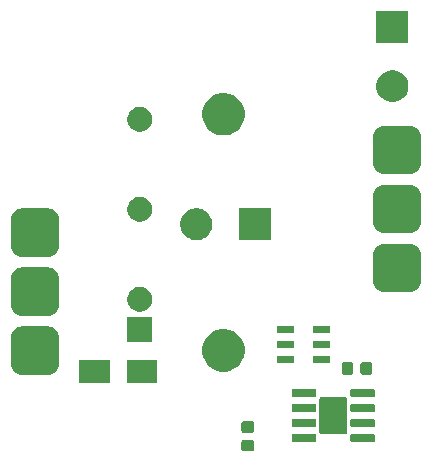
<source format=gbr>
G04 #@! TF.GenerationSoftware,KiCad,Pcbnew,5.1.4*
G04 #@! TF.CreationDate,2020-01-08T09:35:31-05:00*
G04 #@! TF.ProjectId,siot-node-relay,73696f74-2d6e-46f6-9465-2d72656c6179,rev?*
G04 #@! TF.SameCoordinates,Original*
G04 #@! TF.FileFunction,Soldermask,Top*
G04 #@! TF.FilePolarity,Negative*
%FSLAX46Y46*%
G04 Gerber Fmt 4.6, Leading zero omitted, Abs format (unit mm)*
G04 Created by KiCad (PCBNEW 5.1.4) date 2020-01-08 09:35:31*
%MOMM*%
%LPD*%
G04 APERTURE LIST*
%ADD10C,0.100000*%
G04 APERTURE END LIST*
D10*
G36*
X182879591Y-113053085D02*
G01*
X182913569Y-113063393D01*
X182944890Y-113080134D01*
X182972339Y-113102661D01*
X182994866Y-113130110D01*
X183011607Y-113161431D01*
X183021915Y-113195409D01*
X183026000Y-113236890D01*
X183026000Y-113838110D01*
X183021915Y-113879591D01*
X183011607Y-113913569D01*
X182994866Y-113944890D01*
X182972339Y-113972339D01*
X182944890Y-113994866D01*
X182913569Y-114011607D01*
X182879591Y-114021915D01*
X182838110Y-114026000D01*
X182161890Y-114026000D01*
X182120409Y-114021915D01*
X182086431Y-114011607D01*
X182055110Y-113994866D01*
X182027661Y-113972339D01*
X182005134Y-113944890D01*
X181988393Y-113913569D01*
X181978085Y-113879591D01*
X181974000Y-113838110D01*
X181974000Y-113236890D01*
X181978085Y-113195409D01*
X181988393Y-113161431D01*
X182005134Y-113130110D01*
X182027661Y-113102661D01*
X182055110Y-113080134D01*
X182086431Y-113063393D01*
X182120409Y-113053085D01*
X182161890Y-113049000D01*
X182838110Y-113049000D01*
X182879591Y-113053085D01*
X182879591Y-113053085D01*
G37*
G36*
X193159928Y-112556764D02*
G01*
X193181009Y-112563160D01*
X193200445Y-112573548D01*
X193217476Y-112587524D01*
X193231452Y-112604555D01*
X193241840Y-112623991D01*
X193248236Y-112645072D01*
X193251000Y-112673140D01*
X193251000Y-113136860D01*
X193248236Y-113164928D01*
X193241840Y-113186009D01*
X193231452Y-113205445D01*
X193217476Y-113222476D01*
X193200445Y-113236452D01*
X193181009Y-113246840D01*
X193159928Y-113253236D01*
X193131860Y-113256000D01*
X191318140Y-113256000D01*
X191290072Y-113253236D01*
X191268991Y-113246840D01*
X191249555Y-113236452D01*
X191232524Y-113222476D01*
X191218548Y-113205445D01*
X191208160Y-113186009D01*
X191201764Y-113164928D01*
X191199000Y-113136860D01*
X191199000Y-112673140D01*
X191201764Y-112645072D01*
X191208160Y-112623991D01*
X191218548Y-112604555D01*
X191232524Y-112587524D01*
X191249555Y-112573548D01*
X191268991Y-112563160D01*
X191290072Y-112556764D01*
X191318140Y-112554000D01*
X193131860Y-112554000D01*
X193159928Y-112556764D01*
X193159928Y-112556764D01*
G37*
G36*
X188209928Y-112556764D02*
G01*
X188231009Y-112563160D01*
X188250445Y-112573548D01*
X188267476Y-112587524D01*
X188281452Y-112604555D01*
X188291840Y-112623991D01*
X188298236Y-112645072D01*
X188301000Y-112673140D01*
X188301000Y-113136860D01*
X188298236Y-113164928D01*
X188291840Y-113186009D01*
X188281452Y-113205445D01*
X188267476Y-113222476D01*
X188250445Y-113236452D01*
X188231009Y-113246840D01*
X188209928Y-113253236D01*
X188181860Y-113256000D01*
X186368140Y-113256000D01*
X186340072Y-113253236D01*
X186318991Y-113246840D01*
X186299555Y-113236452D01*
X186282524Y-113222476D01*
X186268548Y-113205445D01*
X186258160Y-113186009D01*
X186251764Y-113164928D01*
X186249000Y-113136860D01*
X186249000Y-112673140D01*
X186251764Y-112645072D01*
X186258160Y-112623991D01*
X186268548Y-112604555D01*
X186282524Y-112587524D01*
X186299555Y-112573548D01*
X186318991Y-112563160D01*
X186340072Y-112556764D01*
X186368140Y-112554000D01*
X188181860Y-112554000D01*
X188209928Y-112556764D01*
X188209928Y-112556764D01*
G37*
G36*
X190814336Y-109452733D02*
G01*
X190844883Y-109461999D01*
X190873033Y-109477046D01*
X190897706Y-109497294D01*
X190917954Y-109521967D01*
X190933001Y-109550117D01*
X190942267Y-109580664D01*
X190946000Y-109618567D01*
X190946000Y-112381433D01*
X190942267Y-112419336D01*
X190933001Y-112449883D01*
X190917954Y-112478033D01*
X190897706Y-112502706D01*
X190873033Y-112522954D01*
X190844883Y-112538001D01*
X190814336Y-112547267D01*
X190776433Y-112551000D01*
X188723567Y-112551000D01*
X188685664Y-112547267D01*
X188655117Y-112538001D01*
X188626967Y-112522954D01*
X188602294Y-112502706D01*
X188582046Y-112478033D01*
X188566999Y-112449883D01*
X188557733Y-112419336D01*
X188554000Y-112381433D01*
X188554000Y-109618567D01*
X188557733Y-109580664D01*
X188566999Y-109550117D01*
X188582046Y-109521967D01*
X188602294Y-109497294D01*
X188626967Y-109477046D01*
X188655117Y-109461999D01*
X188685664Y-109452733D01*
X188723567Y-109449000D01*
X190776433Y-109449000D01*
X190814336Y-109452733D01*
X190814336Y-109452733D01*
G37*
G36*
X182879591Y-111478085D02*
G01*
X182913569Y-111488393D01*
X182944890Y-111505134D01*
X182972339Y-111527661D01*
X182994866Y-111555110D01*
X183011607Y-111586431D01*
X183021915Y-111620409D01*
X183026000Y-111661890D01*
X183026000Y-112263110D01*
X183021915Y-112304591D01*
X183011607Y-112338569D01*
X182994866Y-112369890D01*
X182972339Y-112397339D01*
X182944890Y-112419866D01*
X182913569Y-112436607D01*
X182879591Y-112446915D01*
X182838110Y-112451000D01*
X182161890Y-112451000D01*
X182120409Y-112446915D01*
X182086431Y-112436607D01*
X182055110Y-112419866D01*
X182027661Y-112397339D01*
X182005134Y-112369890D01*
X181988393Y-112338569D01*
X181978085Y-112304591D01*
X181974000Y-112263110D01*
X181974000Y-111661890D01*
X181978085Y-111620409D01*
X181988393Y-111586431D01*
X182005134Y-111555110D01*
X182027661Y-111527661D01*
X182055110Y-111505134D01*
X182086431Y-111488393D01*
X182120409Y-111478085D01*
X182161890Y-111474000D01*
X182838110Y-111474000D01*
X182879591Y-111478085D01*
X182879591Y-111478085D01*
G37*
G36*
X193159928Y-111286764D02*
G01*
X193181009Y-111293160D01*
X193200445Y-111303548D01*
X193217476Y-111317524D01*
X193231452Y-111334555D01*
X193241840Y-111353991D01*
X193248236Y-111375072D01*
X193251000Y-111403140D01*
X193251000Y-111866860D01*
X193248236Y-111894928D01*
X193241840Y-111916009D01*
X193231452Y-111935445D01*
X193217476Y-111952476D01*
X193200445Y-111966452D01*
X193181009Y-111976840D01*
X193159928Y-111983236D01*
X193131860Y-111986000D01*
X191318140Y-111986000D01*
X191290072Y-111983236D01*
X191268991Y-111976840D01*
X191249555Y-111966452D01*
X191232524Y-111952476D01*
X191218548Y-111935445D01*
X191208160Y-111916009D01*
X191201764Y-111894928D01*
X191199000Y-111866860D01*
X191199000Y-111403140D01*
X191201764Y-111375072D01*
X191208160Y-111353991D01*
X191218548Y-111334555D01*
X191232524Y-111317524D01*
X191249555Y-111303548D01*
X191268991Y-111293160D01*
X191290072Y-111286764D01*
X191318140Y-111284000D01*
X193131860Y-111284000D01*
X193159928Y-111286764D01*
X193159928Y-111286764D01*
G37*
G36*
X188209928Y-111286764D02*
G01*
X188231009Y-111293160D01*
X188250445Y-111303548D01*
X188267476Y-111317524D01*
X188281452Y-111334555D01*
X188291840Y-111353991D01*
X188298236Y-111375072D01*
X188301000Y-111403140D01*
X188301000Y-111866860D01*
X188298236Y-111894928D01*
X188291840Y-111916009D01*
X188281452Y-111935445D01*
X188267476Y-111952476D01*
X188250445Y-111966452D01*
X188231009Y-111976840D01*
X188209928Y-111983236D01*
X188181860Y-111986000D01*
X186368140Y-111986000D01*
X186340072Y-111983236D01*
X186318991Y-111976840D01*
X186299555Y-111966452D01*
X186282524Y-111952476D01*
X186268548Y-111935445D01*
X186258160Y-111916009D01*
X186251764Y-111894928D01*
X186249000Y-111866860D01*
X186249000Y-111403140D01*
X186251764Y-111375072D01*
X186258160Y-111353991D01*
X186268548Y-111334555D01*
X186282524Y-111317524D01*
X186299555Y-111303548D01*
X186318991Y-111293160D01*
X186340072Y-111286764D01*
X186368140Y-111284000D01*
X188181860Y-111284000D01*
X188209928Y-111286764D01*
X188209928Y-111286764D01*
G37*
G36*
X193159928Y-110016764D02*
G01*
X193181009Y-110023160D01*
X193200445Y-110033548D01*
X193217476Y-110047524D01*
X193231452Y-110064555D01*
X193241840Y-110083991D01*
X193248236Y-110105072D01*
X193251000Y-110133140D01*
X193251000Y-110596860D01*
X193248236Y-110624928D01*
X193241840Y-110646009D01*
X193231452Y-110665445D01*
X193217476Y-110682476D01*
X193200445Y-110696452D01*
X193181009Y-110706840D01*
X193159928Y-110713236D01*
X193131860Y-110716000D01*
X191318140Y-110716000D01*
X191290072Y-110713236D01*
X191268991Y-110706840D01*
X191249555Y-110696452D01*
X191232524Y-110682476D01*
X191218548Y-110665445D01*
X191208160Y-110646009D01*
X191201764Y-110624928D01*
X191199000Y-110596860D01*
X191199000Y-110133140D01*
X191201764Y-110105072D01*
X191208160Y-110083991D01*
X191218548Y-110064555D01*
X191232524Y-110047524D01*
X191249555Y-110033548D01*
X191268991Y-110023160D01*
X191290072Y-110016764D01*
X191318140Y-110014000D01*
X193131860Y-110014000D01*
X193159928Y-110016764D01*
X193159928Y-110016764D01*
G37*
G36*
X188209928Y-110016764D02*
G01*
X188231009Y-110023160D01*
X188250445Y-110033548D01*
X188267476Y-110047524D01*
X188281452Y-110064555D01*
X188291840Y-110083991D01*
X188298236Y-110105072D01*
X188301000Y-110133140D01*
X188301000Y-110596860D01*
X188298236Y-110624928D01*
X188291840Y-110646009D01*
X188281452Y-110665445D01*
X188267476Y-110682476D01*
X188250445Y-110696452D01*
X188231009Y-110706840D01*
X188209928Y-110713236D01*
X188181860Y-110716000D01*
X186368140Y-110716000D01*
X186340072Y-110713236D01*
X186318991Y-110706840D01*
X186299555Y-110696452D01*
X186282524Y-110682476D01*
X186268548Y-110665445D01*
X186258160Y-110646009D01*
X186251764Y-110624928D01*
X186249000Y-110596860D01*
X186249000Y-110133140D01*
X186251764Y-110105072D01*
X186258160Y-110083991D01*
X186268548Y-110064555D01*
X186282524Y-110047524D01*
X186299555Y-110033548D01*
X186318991Y-110023160D01*
X186340072Y-110016764D01*
X186368140Y-110014000D01*
X188181860Y-110014000D01*
X188209928Y-110016764D01*
X188209928Y-110016764D01*
G37*
G36*
X188209928Y-108746764D02*
G01*
X188231009Y-108753160D01*
X188250445Y-108763548D01*
X188267476Y-108777524D01*
X188281452Y-108794555D01*
X188291840Y-108813991D01*
X188298236Y-108835072D01*
X188301000Y-108863140D01*
X188301000Y-109326860D01*
X188298236Y-109354928D01*
X188291840Y-109376009D01*
X188281452Y-109395445D01*
X188267476Y-109412476D01*
X188250445Y-109426452D01*
X188231009Y-109436840D01*
X188209928Y-109443236D01*
X188181860Y-109446000D01*
X186368140Y-109446000D01*
X186340072Y-109443236D01*
X186318991Y-109436840D01*
X186299555Y-109426452D01*
X186282524Y-109412476D01*
X186268548Y-109395445D01*
X186258160Y-109376009D01*
X186251764Y-109354928D01*
X186249000Y-109326860D01*
X186249000Y-108863140D01*
X186251764Y-108835072D01*
X186258160Y-108813991D01*
X186268548Y-108794555D01*
X186282524Y-108777524D01*
X186299555Y-108763548D01*
X186318991Y-108753160D01*
X186340072Y-108746764D01*
X186368140Y-108744000D01*
X188181860Y-108744000D01*
X188209928Y-108746764D01*
X188209928Y-108746764D01*
G37*
G36*
X193159928Y-108746764D02*
G01*
X193181009Y-108753160D01*
X193200445Y-108763548D01*
X193217476Y-108777524D01*
X193231452Y-108794555D01*
X193241840Y-108813991D01*
X193248236Y-108835072D01*
X193251000Y-108863140D01*
X193251000Y-109326860D01*
X193248236Y-109354928D01*
X193241840Y-109376009D01*
X193231452Y-109395445D01*
X193217476Y-109412476D01*
X193200445Y-109426452D01*
X193181009Y-109436840D01*
X193159928Y-109443236D01*
X193131860Y-109446000D01*
X191318140Y-109446000D01*
X191290072Y-109443236D01*
X191268991Y-109436840D01*
X191249555Y-109426452D01*
X191232524Y-109412476D01*
X191218548Y-109395445D01*
X191208160Y-109376009D01*
X191201764Y-109354928D01*
X191199000Y-109326860D01*
X191199000Y-108863140D01*
X191201764Y-108835072D01*
X191208160Y-108813991D01*
X191218548Y-108794555D01*
X191232524Y-108777524D01*
X191249555Y-108763548D01*
X191268991Y-108753160D01*
X191290072Y-108746764D01*
X191318140Y-108744000D01*
X193131860Y-108744000D01*
X193159928Y-108746764D01*
X193159928Y-108746764D01*
G37*
G36*
X174851000Y-108201000D02*
G01*
X172249000Y-108201000D01*
X172249000Y-106299000D01*
X174851000Y-106299000D01*
X174851000Y-108201000D01*
X174851000Y-108201000D01*
G37*
G36*
X170851000Y-108201000D02*
G01*
X168249000Y-108201000D01*
X168249000Y-106299000D01*
X170851000Y-106299000D01*
X170851000Y-108201000D01*
X170851000Y-108201000D01*
G37*
G36*
X165775752Y-103468097D02*
G01*
X165956295Y-103522864D01*
X166122677Y-103611797D01*
X166268516Y-103731484D01*
X166388203Y-103877323D01*
X166477136Y-104043705D01*
X166531903Y-104224248D01*
X166551000Y-104418140D01*
X166551000Y-106581860D01*
X166531903Y-106775752D01*
X166477136Y-106956295D01*
X166388203Y-107122677D01*
X166268516Y-107268516D01*
X166122677Y-107388203D01*
X165956295Y-107477136D01*
X165775752Y-107531903D01*
X165581860Y-107551000D01*
X163418140Y-107551000D01*
X163224248Y-107531903D01*
X163043705Y-107477136D01*
X162877323Y-107388203D01*
X162731484Y-107268516D01*
X162611797Y-107122677D01*
X162522864Y-106956295D01*
X162468097Y-106775752D01*
X162449000Y-106581860D01*
X162449000Y-104418140D01*
X162468097Y-104224248D01*
X162522864Y-104043705D01*
X162611797Y-103877323D01*
X162731484Y-103731484D01*
X162877323Y-103611797D01*
X163043705Y-103522864D01*
X163224248Y-103468097D01*
X163418140Y-103449000D01*
X165581860Y-103449000D01*
X165775752Y-103468097D01*
X165775752Y-103468097D01*
G37*
G36*
X191304591Y-106478085D02*
G01*
X191338569Y-106488393D01*
X191369890Y-106505134D01*
X191397339Y-106527661D01*
X191419866Y-106555110D01*
X191436607Y-106586431D01*
X191446915Y-106620409D01*
X191451000Y-106661890D01*
X191451000Y-107338110D01*
X191446915Y-107379591D01*
X191436607Y-107413569D01*
X191419866Y-107444890D01*
X191397339Y-107472339D01*
X191369890Y-107494866D01*
X191338569Y-107511607D01*
X191304591Y-107521915D01*
X191263110Y-107526000D01*
X190661890Y-107526000D01*
X190620409Y-107521915D01*
X190586431Y-107511607D01*
X190555110Y-107494866D01*
X190527661Y-107472339D01*
X190505134Y-107444890D01*
X190488393Y-107413569D01*
X190478085Y-107379591D01*
X190474000Y-107338110D01*
X190474000Y-106661890D01*
X190478085Y-106620409D01*
X190488393Y-106586431D01*
X190505134Y-106555110D01*
X190527661Y-106527661D01*
X190555110Y-106505134D01*
X190586431Y-106488393D01*
X190620409Y-106478085D01*
X190661890Y-106474000D01*
X191263110Y-106474000D01*
X191304591Y-106478085D01*
X191304591Y-106478085D01*
G37*
G36*
X192879591Y-106478085D02*
G01*
X192913569Y-106488393D01*
X192944890Y-106505134D01*
X192972339Y-106527661D01*
X192994866Y-106555110D01*
X193011607Y-106586431D01*
X193021915Y-106620409D01*
X193026000Y-106661890D01*
X193026000Y-107338110D01*
X193021915Y-107379591D01*
X193011607Y-107413569D01*
X192994866Y-107444890D01*
X192972339Y-107472339D01*
X192944890Y-107494866D01*
X192913569Y-107511607D01*
X192879591Y-107521915D01*
X192838110Y-107526000D01*
X192236890Y-107526000D01*
X192195409Y-107521915D01*
X192161431Y-107511607D01*
X192130110Y-107494866D01*
X192102661Y-107472339D01*
X192080134Y-107444890D01*
X192063393Y-107413569D01*
X192053085Y-107379591D01*
X192049000Y-107338110D01*
X192049000Y-106661890D01*
X192053085Y-106620409D01*
X192063393Y-106586431D01*
X192080134Y-106555110D01*
X192102661Y-106527661D01*
X192130110Y-106505134D01*
X192161431Y-106488393D01*
X192195409Y-106478085D01*
X192236890Y-106474000D01*
X192838110Y-106474000D01*
X192879591Y-106478085D01*
X192879591Y-106478085D01*
G37*
G36*
X180965331Y-103738211D02*
G01*
X181293092Y-103873974D01*
X181588070Y-104071072D01*
X181838928Y-104321930D01*
X182036026Y-104616908D01*
X182171789Y-104944669D01*
X182241000Y-105292616D01*
X182241000Y-105647384D01*
X182171789Y-105995331D01*
X182036026Y-106323092D01*
X181838928Y-106618070D01*
X181588070Y-106868928D01*
X181293092Y-107066026D01*
X180965331Y-107201789D01*
X180617384Y-107271000D01*
X180262616Y-107271000D01*
X179914669Y-107201789D01*
X179586908Y-107066026D01*
X179291930Y-106868928D01*
X179041072Y-106618070D01*
X178843974Y-106323092D01*
X178708211Y-105995331D01*
X178639000Y-105647384D01*
X178639000Y-105292616D01*
X178708211Y-104944669D01*
X178843974Y-104616908D01*
X179041072Y-104321930D01*
X179291930Y-104071072D01*
X179586908Y-103873974D01*
X179914669Y-103738211D01*
X180262616Y-103669000D01*
X180617384Y-103669000D01*
X180965331Y-103738211D01*
X180965331Y-103738211D01*
G37*
G36*
X189491000Y-106586000D02*
G01*
X188059000Y-106586000D01*
X188059000Y-105954000D01*
X189491000Y-105954000D01*
X189491000Y-106586000D01*
X189491000Y-106586000D01*
G37*
G36*
X186441000Y-106586000D02*
G01*
X185009000Y-106586000D01*
X185009000Y-105954000D01*
X186441000Y-105954000D01*
X186441000Y-106586000D01*
X186441000Y-106586000D01*
G37*
G36*
X186441000Y-105316000D02*
G01*
X185009000Y-105316000D01*
X185009000Y-104684000D01*
X186441000Y-104684000D01*
X186441000Y-105316000D01*
X186441000Y-105316000D01*
G37*
G36*
X189491000Y-105316000D02*
G01*
X188059000Y-105316000D01*
X188059000Y-104684000D01*
X189491000Y-104684000D01*
X189491000Y-105316000D01*
X189491000Y-105316000D01*
G37*
G36*
X174401000Y-104751000D02*
G01*
X172299000Y-104751000D01*
X172299000Y-102649000D01*
X174401000Y-102649000D01*
X174401000Y-104751000D01*
X174401000Y-104751000D01*
G37*
G36*
X189491000Y-104046000D02*
G01*
X188059000Y-104046000D01*
X188059000Y-103414000D01*
X189491000Y-103414000D01*
X189491000Y-104046000D01*
X189491000Y-104046000D01*
G37*
G36*
X186441000Y-104046000D02*
G01*
X185009000Y-104046000D01*
X185009000Y-103414000D01*
X186441000Y-103414000D01*
X186441000Y-104046000D01*
X186441000Y-104046000D01*
G37*
G36*
X165775752Y-98468097D02*
G01*
X165956295Y-98522864D01*
X166122677Y-98611797D01*
X166268516Y-98731484D01*
X166388203Y-98877323D01*
X166477136Y-99043705D01*
X166531903Y-99224248D01*
X166551000Y-99418140D01*
X166551000Y-101581860D01*
X166531903Y-101775752D01*
X166477136Y-101956295D01*
X166388203Y-102122677D01*
X166268516Y-102268516D01*
X166122677Y-102388203D01*
X165956295Y-102477136D01*
X165775752Y-102531903D01*
X165581860Y-102551000D01*
X163418140Y-102551000D01*
X163224248Y-102531903D01*
X163043705Y-102477136D01*
X162877323Y-102388203D01*
X162731484Y-102268516D01*
X162611797Y-102122677D01*
X162522864Y-101956295D01*
X162468097Y-101775752D01*
X162449000Y-101581860D01*
X162449000Y-99418140D01*
X162468097Y-99224248D01*
X162522864Y-99043705D01*
X162611797Y-98877323D01*
X162731484Y-98731484D01*
X162877323Y-98611797D01*
X163043705Y-98522864D01*
X163224248Y-98468097D01*
X163418140Y-98449000D01*
X165581860Y-98449000D01*
X165775752Y-98468097D01*
X165775752Y-98468097D01*
G37*
G36*
X173656564Y-100149389D02*
G01*
X173847833Y-100228615D01*
X173847835Y-100228616D01*
X174019973Y-100343635D01*
X174166365Y-100490027D01*
X174281385Y-100662167D01*
X174360611Y-100853436D01*
X174401000Y-101056484D01*
X174401000Y-101263516D01*
X174360611Y-101466564D01*
X174336199Y-101525500D01*
X174281384Y-101657835D01*
X174166365Y-101829973D01*
X174019973Y-101976365D01*
X173847835Y-102091384D01*
X173847834Y-102091385D01*
X173847833Y-102091385D01*
X173656564Y-102170611D01*
X173453516Y-102211000D01*
X173246484Y-102211000D01*
X173043436Y-102170611D01*
X172852167Y-102091385D01*
X172852166Y-102091385D01*
X172852165Y-102091384D01*
X172680027Y-101976365D01*
X172533635Y-101829973D01*
X172418616Y-101657835D01*
X172363801Y-101525500D01*
X172339389Y-101466564D01*
X172299000Y-101263516D01*
X172299000Y-101056484D01*
X172339389Y-100853436D01*
X172418615Y-100662167D01*
X172533635Y-100490027D01*
X172680027Y-100343635D01*
X172852165Y-100228616D01*
X172852167Y-100228615D01*
X173043436Y-100149389D01*
X173246484Y-100109000D01*
X173453516Y-100109000D01*
X173656564Y-100149389D01*
X173656564Y-100149389D01*
G37*
G36*
X196425752Y-96468097D02*
G01*
X196606295Y-96522864D01*
X196772677Y-96611797D01*
X196918516Y-96731484D01*
X197038203Y-96877323D01*
X197127136Y-97043705D01*
X197181903Y-97224248D01*
X197201000Y-97418140D01*
X197201000Y-99581860D01*
X197181903Y-99775752D01*
X197127136Y-99956295D01*
X197038203Y-100122677D01*
X196918516Y-100268516D01*
X196772677Y-100388203D01*
X196606295Y-100477136D01*
X196425752Y-100531903D01*
X196231860Y-100551000D01*
X194068140Y-100551000D01*
X193874248Y-100531903D01*
X193693705Y-100477136D01*
X193527323Y-100388203D01*
X193381484Y-100268516D01*
X193261797Y-100122677D01*
X193172864Y-99956295D01*
X193118097Y-99775752D01*
X193099000Y-99581860D01*
X193099000Y-97418140D01*
X193118097Y-97224248D01*
X193172864Y-97043705D01*
X193261797Y-96877323D01*
X193381484Y-96731484D01*
X193527323Y-96611797D01*
X193693705Y-96522864D01*
X193874248Y-96468097D01*
X194068140Y-96449000D01*
X196231860Y-96449000D01*
X196425752Y-96468097D01*
X196425752Y-96468097D01*
G37*
G36*
X165775752Y-93468097D02*
G01*
X165956295Y-93522864D01*
X166122677Y-93611797D01*
X166268516Y-93731484D01*
X166388203Y-93877323D01*
X166477136Y-94043705D01*
X166531903Y-94224248D01*
X166551000Y-94418140D01*
X166551000Y-96581860D01*
X166531903Y-96775752D01*
X166477136Y-96956295D01*
X166388203Y-97122677D01*
X166268516Y-97268516D01*
X166122677Y-97388203D01*
X165956295Y-97477136D01*
X165775752Y-97531903D01*
X165581860Y-97551000D01*
X163418140Y-97551000D01*
X163224248Y-97531903D01*
X163043705Y-97477136D01*
X162877323Y-97388203D01*
X162731484Y-97268516D01*
X162611797Y-97122677D01*
X162522864Y-96956295D01*
X162468097Y-96775752D01*
X162449000Y-96581860D01*
X162449000Y-94418140D01*
X162468097Y-94224248D01*
X162522864Y-94043705D01*
X162611797Y-93877323D01*
X162731484Y-93731484D01*
X162877323Y-93611797D01*
X163043705Y-93522864D01*
X163224248Y-93468097D01*
X163418140Y-93449000D01*
X165581860Y-93449000D01*
X165775752Y-93468097D01*
X165775752Y-93468097D01*
G37*
G36*
X178544072Y-93500918D02*
G01*
X178607190Y-93527062D01*
X178789939Y-93602759D01*
X178901328Y-93677187D01*
X179011211Y-93750609D01*
X179199391Y-93938789D01*
X179347242Y-94160063D01*
X179449082Y-94405928D01*
X179501000Y-94666937D01*
X179501000Y-94933063D01*
X179463283Y-95122677D01*
X179449082Y-95194072D01*
X179347241Y-95439939D01*
X179199390Y-95661212D01*
X179011212Y-95849390D01*
X178789939Y-95997241D01*
X178789938Y-95997242D01*
X178789937Y-95997242D01*
X178544072Y-96099082D01*
X178283063Y-96151000D01*
X178016937Y-96151000D01*
X177755928Y-96099082D01*
X177510063Y-95997242D01*
X177510062Y-95997242D01*
X177510061Y-95997241D01*
X177288788Y-95849390D01*
X177100610Y-95661212D01*
X176952759Y-95439939D01*
X176850918Y-95194072D01*
X176836717Y-95122677D01*
X176799000Y-94933063D01*
X176799000Y-94666937D01*
X176850918Y-94405928D01*
X176952758Y-94160063D01*
X177100609Y-93938789D01*
X177288789Y-93750609D01*
X177398672Y-93677187D01*
X177510061Y-93602759D01*
X177692811Y-93527062D01*
X177755928Y-93500918D01*
X178016937Y-93449000D01*
X178283063Y-93449000D01*
X178544072Y-93500918D01*
X178544072Y-93500918D01*
G37*
G36*
X184501000Y-96151000D02*
G01*
X181799000Y-96151000D01*
X181799000Y-93449000D01*
X184501000Y-93449000D01*
X184501000Y-96151000D01*
X184501000Y-96151000D01*
G37*
G36*
X196425752Y-91468097D02*
G01*
X196606295Y-91522864D01*
X196772677Y-91611797D01*
X196918516Y-91731484D01*
X197038203Y-91877323D01*
X197127136Y-92043705D01*
X197181903Y-92224248D01*
X197201000Y-92418140D01*
X197201000Y-94581860D01*
X197181903Y-94775752D01*
X197127136Y-94956295D01*
X197038203Y-95122677D01*
X196918516Y-95268516D01*
X196772677Y-95388203D01*
X196606295Y-95477136D01*
X196425752Y-95531903D01*
X196231860Y-95551000D01*
X194068140Y-95551000D01*
X193874248Y-95531903D01*
X193693705Y-95477136D01*
X193527323Y-95388203D01*
X193381484Y-95268516D01*
X193261797Y-95122677D01*
X193172864Y-94956295D01*
X193118097Y-94775752D01*
X193099000Y-94581860D01*
X193099000Y-92418140D01*
X193118097Y-92224248D01*
X193172864Y-92043705D01*
X193261797Y-91877323D01*
X193381484Y-91731484D01*
X193527323Y-91611797D01*
X193693705Y-91522864D01*
X193874248Y-91468097D01*
X194068140Y-91449000D01*
X196231860Y-91449000D01*
X196425752Y-91468097D01*
X196425752Y-91468097D01*
G37*
G36*
X173656564Y-92529389D02*
G01*
X173847833Y-92608615D01*
X173847835Y-92608616D01*
X174019973Y-92723635D01*
X174166365Y-92870027D01*
X174281385Y-93042167D01*
X174360611Y-93233436D01*
X174401000Y-93436484D01*
X174401000Y-93643516D01*
X174360611Y-93846564D01*
X174322410Y-93938789D01*
X174281384Y-94037835D01*
X174166365Y-94209973D01*
X174019973Y-94356365D01*
X173847835Y-94471384D01*
X173847834Y-94471385D01*
X173847833Y-94471385D01*
X173656564Y-94550611D01*
X173453516Y-94591000D01*
X173246484Y-94591000D01*
X173043436Y-94550611D01*
X172852167Y-94471385D01*
X172852166Y-94471385D01*
X172852165Y-94471384D01*
X172680027Y-94356365D01*
X172533635Y-94209973D01*
X172418616Y-94037835D01*
X172377590Y-93938789D01*
X172339389Y-93846564D01*
X172299000Y-93643516D01*
X172299000Y-93436484D01*
X172339389Y-93233436D01*
X172418615Y-93042167D01*
X172533635Y-92870027D01*
X172680027Y-92723635D01*
X172852165Y-92608616D01*
X172852167Y-92608615D01*
X173043436Y-92529389D01*
X173246484Y-92489000D01*
X173453516Y-92489000D01*
X173656564Y-92529389D01*
X173656564Y-92529389D01*
G37*
G36*
X196425752Y-86468097D02*
G01*
X196606295Y-86522864D01*
X196772677Y-86611797D01*
X196918516Y-86731484D01*
X197038203Y-86877323D01*
X197127136Y-87043705D01*
X197181903Y-87224248D01*
X197201000Y-87418140D01*
X197201000Y-89581860D01*
X197181903Y-89775752D01*
X197127136Y-89956295D01*
X197038203Y-90122677D01*
X196918516Y-90268516D01*
X196772677Y-90388203D01*
X196606295Y-90477136D01*
X196425752Y-90531903D01*
X196231860Y-90551000D01*
X194068140Y-90551000D01*
X193874248Y-90531903D01*
X193693705Y-90477136D01*
X193527323Y-90388203D01*
X193381484Y-90268516D01*
X193261797Y-90122677D01*
X193172864Y-89956295D01*
X193118097Y-89775752D01*
X193099000Y-89581860D01*
X193099000Y-87418140D01*
X193118097Y-87224248D01*
X193172864Y-87043705D01*
X193261797Y-86877323D01*
X193381484Y-86731484D01*
X193527323Y-86611797D01*
X193693705Y-86522864D01*
X193874248Y-86468097D01*
X194068140Y-86449000D01*
X196231860Y-86449000D01*
X196425752Y-86468097D01*
X196425752Y-86468097D01*
G37*
G36*
X180965331Y-83738211D02*
G01*
X181293092Y-83873974D01*
X181588070Y-84071072D01*
X181838928Y-84321930D01*
X182036026Y-84616908D01*
X182171789Y-84944669D01*
X182241000Y-85292616D01*
X182241000Y-85647384D01*
X182171789Y-85995331D01*
X182036026Y-86323092D01*
X181838928Y-86618070D01*
X181588070Y-86868928D01*
X181293092Y-87066026D01*
X180965331Y-87201789D01*
X180617384Y-87271000D01*
X180262616Y-87271000D01*
X179914669Y-87201789D01*
X179586908Y-87066026D01*
X179291930Y-86868928D01*
X179041072Y-86618070D01*
X178843974Y-86323092D01*
X178708211Y-85995331D01*
X178639000Y-85647384D01*
X178639000Y-85292616D01*
X178708211Y-84944669D01*
X178843974Y-84616908D01*
X179041072Y-84321930D01*
X179291930Y-84071072D01*
X179586908Y-83873974D01*
X179914669Y-83738211D01*
X180262616Y-83669000D01*
X180617384Y-83669000D01*
X180965331Y-83738211D01*
X180965331Y-83738211D01*
G37*
G36*
X173656564Y-84909389D02*
G01*
X173847833Y-84988615D01*
X173847835Y-84988616D01*
X174019973Y-85103635D01*
X174166365Y-85250027D01*
X174281385Y-85422167D01*
X174360611Y-85613436D01*
X174401000Y-85816484D01*
X174401000Y-86023516D01*
X174360611Y-86226564D01*
X174320628Y-86323092D01*
X174281384Y-86417835D01*
X174166365Y-86589973D01*
X174019973Y-86736365D01*
X173847835Y-86851384D01*
X173847834Y-86851385D01*
X173847833Y-86851385D01*
X173656564Y-86930611D01*
X173453516Y-86971000D01*
X173246484Y-86971000D01*
X173043436Y-86930611D01*
X172852167Y-86851385D01*
X172852166Y-86851385D01*
X172852165Y-86851384D01*
X172680027Y-86736365D01*
X172533635Y-86589973D01*
X172418616Y-86417835D01*
X172379372Y-86323092D01*
X172339389Y-86226564D01*
X172299000Y-86023516D01*
X172299000Y-85816484D01*
X172339389Y-85613436D01*
X172418615Y-85422167D01*
X172533635Y-85250027D01*
X172680027Y-85103635D01*
X172852165Y-84988616D01*
X172852167Y-84988615D01*
X173043436Y-84909389D01*
X173246484Y-84869000D01*
X173453516Y-84869000D01*
X173656564Y-84909389D01*
X173656564Y-84909389D01*
G37*
G36*
X195144072Y-81800918D02*
G01*
X195389939Y-81902759D01*
X195501328Y-81977187D01*
X195611211Y-82050609D01*
X195799391Y-82238789D01*
X195947242Y-82460063D01*
X196049082Y-82705928D01*
X196101000Y-82966937D01*
X196101000Y-83233063D01*
X196049082Y-83494072D01*
X195947957Y-83738212D01*
X195947241Y-83739939D01*
X195799390Y-83961212D01*
X195611212Y-84149390D01*
X195389939Y-84297241D01*
X195389938Y-84297242D01*
X195389937Y-84297242D01*
X195144072Y-84399082D01*
X194883063Y-84451000D01*
X194616937Y-84451000D01*
X194355928Y-84399082D01*
X194110063Y-84297242D01*
X194110062Y-84297242D01*
X194110061Y-84297241D01*
X193888788Y-84149390D01*
X193700610Y-83961212D01*
X193552759Y-83739939D01*
X193552044Y-83738212D01*
X193450918Y-83494072D01*
X193399000Y-83233063D01*
X193399000Y-82966937D01*
X193450918Y-82705928D01*
X193552758Y-82460063D01*
X193700609Y-82238789D01*
X193888789Y-82050609D01*
X193998672Y-81977187D01*
X194110061Y-81902759D01*
X194355928Y-81800918D01*
X194616937Y-81749000D01*
X194883063Y-81749000D01*
X195144072Y-81800918D01*
X195144072Y-81800918D01*
G37*
G36*
X196101000Y-79451000D02*
G01*
X193399000Y-79451000D01*
X193399000Y-76749000D01*
X196101000Y-76749000D01*
X196101000Y-79451000D01*
X196101000Y-79451000D01*
G37*
M02*

</source>
